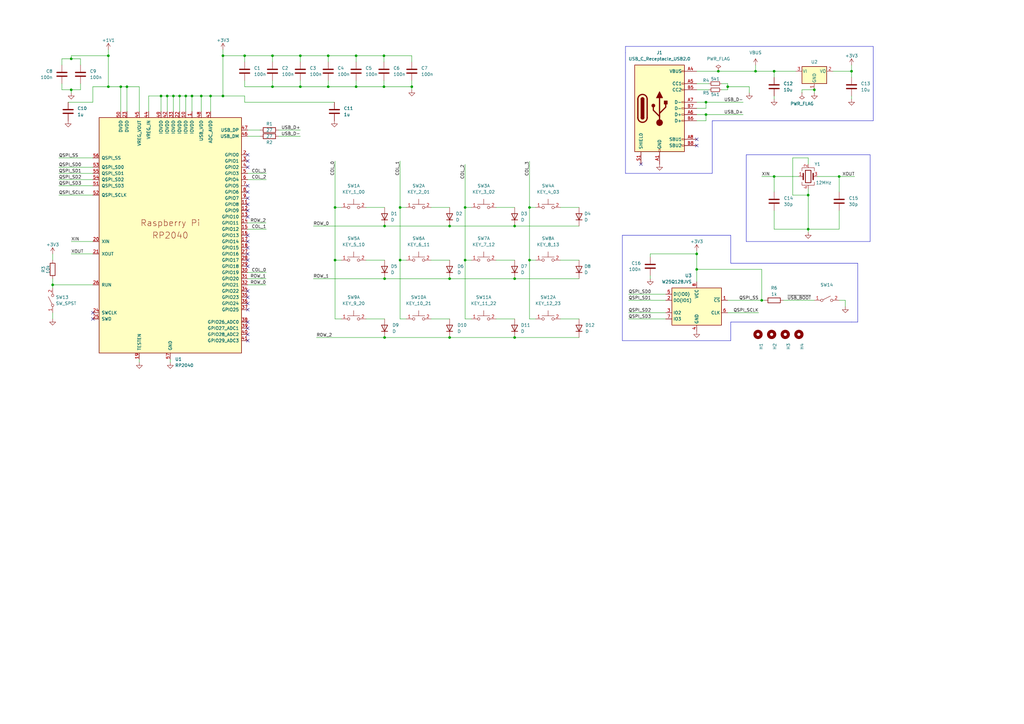
<source format=kicad_sch>
(kicad_sch (version 20230121) (generator eeschema)
  (paper "A3")
  (lib_symbols
    (symbol "+3V3_1" (power) (pin_names (offset 0))
      (property "Value" "+3V3_1" (at 0 3.556 0))
      (symbol "+3V3_1_0_1"
        (polyline (pts (xy -0.762 1.27) (xy 0 2.54)))
        (polyline (pts (xy 0 0) (xy 0 2.54)))
        (polyline (pts (xy 0 2.54) (xy 0.762 1.27)))
      )
      (symbol "+3V3_1_1_1"
        (pin power_in line (at 0 0 90) (length 0) hide (name "+3V3") (number "1"))
      )
    )
    (symbol "Connector:USB_C_Receptacle_USB2.0" (pin_names (offset 1.016))
      (property "Reference" "J" (at -10.16 19.05 0))
      (property "Value" "USB_C_Receptacle_USB2.0" (at 19.05 19.05 0))
      (symbol "USB_C_Receptacle_USB2.0_0_0"
        (rectangle (start -0.254 -17.78) (end 0.254 -16.764))
        (rectangle (start 10.16 -14.986) (end 9.144 -15.494))
        (rectangle (start 10.16 -12.446) (end 9.144 -12.954))
        (rectangle (start 10.16 -4.826) (end 9.144 -5.334))
        (rectangle (start 10.16 -2.286) (end 9.144 -2.794))
        (rectangle (start 10.16 0.254) (end 9.144 -0.254))
        (rectangle (start 10.16 2.794) (end 9.144 2.286))
        (rectangle (start 10.16 7.874) (end 9.144 7.366))
        (rectangle (start 10.16 10.414) (end 9.144 9.906))
        (rectangle (start 10.16 15.494) (end 9.144 14.986))
      )
      (symbol "USB_C_Receptacle_USB2.0_0_1"
        (rectangle (start -10.16 17.78) (end 10.16 -17.78) (stroke (width 0.254)) (fill (type background)))
        (arc (start -8.89 -3.81) (mid -6.985 -5.7067) (end -5.08 -3.81) (stroke (width 0.508)))
        (arc (start -7.62 -3.81) (mid -6.985 -4.4423) (end -6.35 -3.81) (stroke (width 0.254)))
        (arc (start -7.62 -3.81) (mid -6.985 -4.4423) (end -6.35 -3.81) (stroke (width 0.254)) (fill (type outline)))
        (rectangle (start -7.62 -3.81) (end -6.35 3.81) (stroke (width 0.254)) (fill (type outline)))
        (arc (start -6.35 3.81) (mid -6.985 4.4423) (end -7.62 3.81) (stroke (width 0.254)))
        (arc (start -6.35 3.81) (mid -6.985 4.4423) (end -7.62 3.81) (stroke (width 0.254)) (fill (type outline)))
        (arc (start -5.08 3.81) (mid -6.985 5.7067) (end -8.89 3.81) (stroke (width 0.508)))
        (circle (center -2.54 1.143) (radius 0.635) (stroke (width 0.254)) (fill (type outline)))
        (circle (center 0 -5.842) (radius 1.27) (fill (type outline)))
        (polyline (pts (xy -8.89 -3.81) (xy -8.89 3.81)) (stroke (width 0.508)))
        (polyline (pts (xy -5.08 3.81) (xy -5.08 -3.81)) (stroke (width 0.508)))
        (polyline (pts (xy 0 -5.842) (xy 0 4.318)) (stroke (width 0.508)))
        (polyline (pts (xy 0 -3.302) (xy -2.54 -0.762) (xy -2.54 0.508)) (stroke (width 0.508)))
        (polyline (pts (xy 0 -2.032) (xy 2.54 0.508) (xy 2.54 1.778)) (stroke (width 0.508)))
        (polyline (pts (xy -1.27 4.318) (xy 0 6.858) (xy 1.27 4.318) (xy -1.27 4.318)) (stroke (width 0.254)) (fill (type outline)))
        (rectangle (start 1.905 1.778) (end 3.175 3.048) (stroke (width 0.254)) (fill (type outline)))
      )
      (symbol "USB_C_Receptacle_USB2.0_1_1"
        (pin passive line (at 0 -22.86 90) (length 5.08) (name "GND") (number "A1"))
        (pin passive line (at 0 -22.86 90) (length 5.08) hide (name "GND") (number "A12"))
        (pin passive line (at 15.24 15.24 180) (length 5.08) (name "VBUS") (number "A4"))
        (pin bidirectional line (at 15.24 10.16 180) (length 5.08) (name "CC1") (number "A5"))
        (pin bidirectional line (at 15.24 -2.54 180) (length 5.08) (name "D+") (number "A6"))
        (pin bidirectional line (at 15.24 2.54 180) (length 5.08) (name "D-") (number "A7"))
        (pin bidirectional line (at 15.24 -12.7 180) (length 5.08) (name "SBU1") (number "A8"))
        (pin passive line (at 15.24 15.24 180) (length 5.08) hide (name "VBUS") (number "A9"))
        (pin passive line (at 0 -22.86 90) (length 5.08) hide (name "GND") (number "B1"))
        (pin passive line (at 0 -22.86 90) (length 5.08) hide (name "GND") (number "B12"))
        (pin passive line (at 15.24 15.24 180) (length 5.08) hide (name "VBUS") (number "B4"))
        (pin bidirectional line (at 15.24 7.62 180) (length 5.08) (name "CC2") (number "B5"))
        (pin bidirectional line (at 15.24 -5.08 180) (length 5.08) (name "D+") (number "B6"))
        (pin bidirectional line (at 15.24 0 180) (length 5.08) (name "D-") (number "B7"))
        (pin bidirectional line (at 15.24 -15.24 180) (length 5.08) (name "SBU2") (number "B8"))
        (pin passive line (at 15.24 15.24 180) (length 5.08) hide (name "VBUS") (number "B9"))
        (pin passive line (at -7.62 -22.86 90) (length 5.08) (name "SHIELD") (number "S1"))
      )
    )
    (symbol "Device:C" (pin_numbers hide) (pin_names (offset 0.254))
      (property "Reference" "C" (at 0.635 2.54 0))
      (property "Value" "C" (at 0.635 -2.54 0))
      (symbol "C_0_1"
        (polyline (pts (xy -2.032 -0.762) (xy 2.032 -0.762)) (stroke (width 0.508)))
        (polyline (pts (xy -2.032 0.762) (xy 2.032 0.762)) (stroke (width 0.508)))
      )
      (symbol "C_1_1"
        (pin passive line (at 0 3.81 270) (length 2.794) (name "~") (number "1"))
        (pin passive line (at 0 -3.81 90) (length 2.794) (name "~") (number "2"))
      )
    )
    (symbol "Device:Crystal_GND24" (pin_names (offset 1.016) hide)
      (property "Reference" "Y" (at 3.175 5.08 0))
      (property "Value" "Crystal_GND24" (at 3.175 3.175 0))
      (symbol "Crystal_GND24_0_1"
        (rectangle (start -1.143 2.54) (end 1.143 -2.54) (stroke (width 0.3048)))
        (polyline (pts (xy -2.54 0) (xy -2.032 0)))
        (polyline (pts (xy -2.032 -1.27) (xy -2.032 1.27)) (stroke (width 0.508)))
        (polyline (pts (xy 0 -3.81) (xy 0 -3.556)))
        (polyline (pts (xy 0 3.556) (xy 0 3.81)))
        (polyline (pts (xy 2.032 -1.27) (xy 2.032 1.27)) (stroke (width 0.508)))
        (polyline (pts (xy 2.032 0) (xy 2.54 0)))
        (polyline (pts (xy -2.54 -2.286) (xy -2.54 -3.556) (xy 2.54 -3.556) (xy 2.54 -2.286)))
        (polyline (pts (xy -2.54 2.286) (xy -2.54 3.556) (xy 2.54 3.556) (xy 2.54 2.286)))
      )
      (symbol "Crystal_GND24_1_1"
        (pin passive line (at -3.81 0 0) (length 1.27) (name "1") (number "1"))
        (pin passive line (at 0 5.08 270) (length 1.27) (name "2") (number "2"))
        (pin passive line (at 3.81 0 180) (length 1.27) (name "3") (number "3"))
        (pin passive line (at 0 -5.08 90) (length 1.27) (name "4") (number "4"))
      )
    )
    (symbol "Device:D" (pin_numbers hide) (pin_names (offset 1.016) hide)
      (property "Reference" "D" (at 0 2.54 0))
      (property "Value" "D" (at 0 -2.54 0))
      (symbol "D_0_1"
        (polyline (pts (xy -1.27 1.27) (xy -1.27 -1.27)) (stroke (width 0.254)))
        (polyline (pts (xy 1.27 0) (xy -1.27 0)))
        (polyline (pts (xy 1.27 1.27) (xy 1.27 -1.27) (xy -1.27 0) (xy 1.27 1.27)) (stroke (width 0.254)))
      )
      (symbol "D_1_1"
        (pin passive line (at -3.81 0 0) (length 2.54) (name "K") (number "1"))
        (pin passive line (at 3.81 0 180) (length 2.54) (name "A") (number "2"))
      )
    )
    (symbol "Device:R" (pin_numbers hide) (pin_names (offset 0))
      (property "Reference" "R" (at 2.032 0 90))
      (property "Value" "R" (at 0 0 90))
      (symbol "R_0_1"
        (rectangle (start -1.016 -2.54) (end 1.016 2.54) (stroke (width 0.254)))
      )
      (symbol "R_1_1"
        (pin passive line (at 0 3.81 270) (length 1.27) (name "~") (number "1"))
        (pin passive line (at 0 -3.81 90) (length 1.27) (name "~") (number "2"))
      )
    )
    (symbol "Device:R_Small" (pin_numbers hide) (pin_names (offset 0.254) hide)
      (property "Reference" "R" (at 0.762 0.508 0))
      (property "Value" "R_Small" (at 0.762 -1.016 0))
      (symbol "R_Small_0_1"
        (rectangle (start -0.762 1.778) (end 0.762 -1.778) (stroke (width 0.2032)))
      )
      (symbol "R_Small_1_1"
        (pin passive line (at 0 2.54 270) (length 0.762) (name "~") (number "1"))
        (pin passive line (at 0 -2.54 90) (length 0.762) (name "~") (number "2"))
      )
    )
    (symbol "GND_2" (power) (pin_names (offset 0))
      (property "Value" "GND_2" (at 0 -3.81 0))
      (symbol "GND_2_0_1"
        (polyline (pts (xy 0 0) (xy 0 -1.27) (xy 1.27 -1.27) (xy 0 -2.54) (xy -1.27 -1.27) (xy 0 -1.27)))
      )
      (symbol "GND_2_1_1"
        (pin power_in line (at 0 0 270) (length 0) hide (name "GND") (number "1"))
      )
    )
    (symbol "Mechanical:MountingHole" (pin_names (offset 1.016))
      (property "Reference" "H" (at 0 5.08 0))
      (property "Value" "MountingHole" (at 0 3.175 0))
      (symbol "MountingHole_0_1"
        (circle (center 0 0) (radius 1.27) (stroke (width 1.27)))
      )
    )
    (symbol "Memory_Flash:W25Q128JVS"
      (property "Reference" "U" (at -8.89 8.89 0))
      (property "Value" "W25Q128JVS" (at 7.62 8.89 0))
      (symbol "W25Q128JVS_0_1"
        (rectangle (start -10.16 7.62) (end 10.16 -7.62) (stroke (width 0.254)) (fill (type background)))
      )
      (symbol "W25Q128JVS_1_1"
        (pin input line (at -12.7 2.54 0) (length 2.54) (name "~{CS}") (number "1"))
        (pin bidirectional line (at 12.7 2.54 180) (length 2.54) (name "DO(IO1)") (number "2"))
        (pin bidirectional line (at 12.7 -2.54 180) (length 2.54) (name "IO2") (number "3"))
        (pin power_in line (at 0 -10.16 90) (length 2.54) (name "GND") (number "4"))
        (pin bidirectional line (at 12.7 5.08 180) (length 2.54) (name "DI(IO0)") (number "5"))
        (pin input line (at -12.7 -2.54 0) (length 2.54) (name "CLK") (number "6"))
        (pin bidirectional line (at 12.7 -5.08 180) (length 2.54) (name "IO3") (number "7"))
        (pin power_in line (at 0 10.16 270) (length 2.54) (name "VCC") (number "8"))
      )
    )
    (symbol "RP2040_1" (pin_names (offset 1.016))
      (property "Reference" "U" (at -29.21 49.53 0))
      (property "Value" "RP2040" (at 24.13 -49.53 0))
      (symbol "RP2040_1_0_0"
        (text "Raspberry Pi" (at 0 5.08 0) (effects (font (size 2.54 2.54))))
        (text "RP2040" (at 0 0 0) (effects (font (size 2.54 2.54))))
      )
      (symbol "RP2040_1_0_1"
        (rectangle (start 29.21 48.26) (end -29.21 -48.26) (stroke (width 0.254)) (fill (type background)))
      )
      (symbol "RP2040_1_1_1"
        (pin power_in line (at 8.89 50.8 270) (length 2.54) (name "IOVDD") (number "1"))
        (pin power_in line (at 6.35 50.8 270) (length 2.54) (name "IOVDD") (number "10"))
        (pin bidirectional line (at 31.75 12.7 180) (length 2.54) (name "GPIO8") (number "11"))
        (pin bidirectional line (at 31.75 10.16 180) (length 2.54) (name "GPIO9") (number "12"))
        (pin bidirectional line (at 31.75 7.62 180) (length 2.54) (name "GPIO10") (number "13"))
        (pin bidirectional line (at 31.75 5.08 180) (length 2.54) (name "GPIO11") (number "14"))
        (pin bidirectional line (at 31.75 2.54 180) (length 2.54) (name "GPIO12") (number "15"))
        (pin bidirectional line (at 31.75 0 180) (length 2.54) (name "GPIO13") (number "16"))
        (pin bidirectional line (at 31.75 -2.54 180) (length 2.54) (name "GPIO14") (number "17"))
        (pin bidirectional line (at 31.75 -5.08 180) (length 2.54) (name "GPIO15") (number "18"))
        (pin passive line (at -12.7 -50.8 90) (length 2.54) (name "TESTEN") (number "19"))
        (pin bidirectional line (at 31.75 33.02 180) (length 2.54) (name "GPIO0") (number "2"))
        (pin input line (at -31.75 -2.54 0) (length 2.54) (name "XIN") (number "20"))
        (pin passive line (at -31.75 -7.62 0) (length 2.54) (name "XOUT") (number "21"))
        (pin power_in line (at 3.81 50.8 270) (length 2.54) (name "IOVDD") (number "22"))
        (pin power_in line (at -17.78 50.8 270) (length 2.54) (name "DVDD") (number "23"))
        (pin output line (at -31.75 -31.75 0) (length 2.54) (name "SWCLK") (number "24"))
        (pin bidirectional line (at -31.75 -34.29 0) (length 2.54) (name "SWD") (number "25"))
        (pin input line (at -31.75 -20.32 0) (length 2.54) (name "RUN") (number "26"))
        (pin bidirectional line (at 31.75 -7.62 180) (length 2.54) (name "GPIO16") (number "27"))
        (pin bidirectional line (at 31.75 -10.16 180) (length 2.54) (name "GPIO17") (number "28"))
        (pin bidirectional line (at 31.75 -12.7 180) (length 2.54) (name "GPIO18") (number "29"))
        (pin bidirectional line (at 31.75 30.48 180) (length 2.54) (name "GPIO1") (number "3"))
        (pin bidirectional line (at 31.75 -15.24 180) (length 2.54) (name "GPIO19") (number "30"))
        (pin bidirectional line (at 31.75 -17.78 180) (length 2.54) (name "GPIO20") (number "31"))
        (pin bidirectional line (at 31.75 -20.32 180) (length 2.54) (name "GPIO21") (number "32"))
        (pin power_in line (at 1.27 50.8 270) (length 2.54) (name "IOVDD") (number "33"))
        (pin bidirectional line (at 31.75 -22.86 180) (length 2.54) (name "GPIO22") (number "34"))
        (pin bidirectional line (at 31.75 -25.4 180) (length 2.54) (name "GPIO23") (number "35"))
        (pin bidirectional line (at 31.75 -27.94 180) (length 2.54) (name "GPIO24") (number "36"))
        (pin bidirectional line (at 31.75 -30.48 180) (length 2.54) (name "GPIO25") (number "37"))
        (pin bidirectional line (at 31.75 -35.56 180) (length 2.54) (name "GPIO26_ADC0") (number "38"))
        (pin bidirectional line (at 31.75 -38.1 180) (length 2.54) (name "GPIO27_ADC1") (number "39"))
        (pin bidirectional line (at 31.75 27.94 180) (length 2.54) (name "GPIO2") (number "4"))
        (pin bidirectional line (at 31.75 -40.64 180) (length 2.54) (name "GPIO28_ADC2") (number "40"))
        (pin bidirectional line (at 31.75 -43.18 180) (length 2.54) (name "GPIO29_ADC3") (number "41"))
        (pin power_in line (at -1.27 50.8 270) (length 2.54) (name "IOVDD") (number "42"))
        (pin power_in line (at 16.51 50.8 270) (length 2.54) (name "ADC_AVDD") (number "43"))
        (pin power_in line (at -8.89 50.8 270) (length 2.54) (name "VREG_IN") (number "44"))
        (pin power_out line (at -12.7 50.8 270) (length 2.54) (name "VREG_VOUT") (number "45"))
        (pin bidirectional line (at 31.75 40.64 180) (length 2.54) (name "USB_DM") (number "46"))
        (pin bidirectional line (at 31.75 43.18 180) (length 2.54) (name "USB_DP") (number "47"))
        (pin power_in line (at 12.7 50.8 270) (length 2.54) (name "USB_VDD") (number "48"))
        (pin power_in line (at -3.81 50.8 270) (length 2.54) (name "IOVDD") (number "49"))
        (pin bidirectional line (at 31.75 25.4 180) (length 2.54) (name "GPIO3") (number "5"))
        (pin power_in line (at -20.32 50.8 270) (length 2.54) (name "DVDD") (number "50"))
        (pin bidirectional line (at -31.75 20.32 0) (length 2.54) (name "QSPI_SD3") (number "51"))
        (pin output line (at -31.75 16.51 0) (length 2.54) (name "QSPI_SCLK") (number "52"))
        (pin bidirectional line (at -31.75 27.94 0) (length 2.54) (name "QSPI_SD0") (number "53"))
        (pin bidirectional line (at -31.75 22.86 0) (length 2.54) (name "QSPI_SD2") (number "54"))
        (pin bidirectional line (at -31.75 25.4 0) (length 2.54) (name "QSPI_SD1") (number "55"))
        (pin bidirectional line (at -31.75 31.75 0) (length 2.54) (name "QSPI_SS") (number "56"))
        (pin power_in line (at 0 -50.8 90) (length 2.54) (name "GND") (number "57"))
        (pin bidirectional line (at 31.75 22.86 180) (length 2.54) (name "GPIO4") (number "6"))
        (pin bidirectional line (at 31.75 20.32 180) (length 2.54) (name "GPIO5") (number "7"))
        (pin bidirectional line (at 31.75 17.78 180) (length 2.54) (name "GPIO6") (number "8"))
        (pin bidirectional line (at 31.75 15.24 180) (length 2.54) (name "GPIO7") (number "9"))
      )
    )
    (symbol "Regulator_Linear:NCP1117-3.3_SOT223" (pin_names (offset 0.254))
      (property "Reference" "U" (at -3.81 3.175 0))
      (property "Value" "NCP1117-3.3_SOT223" (at 0 3.175 0))
      (symbol "NCP1117-3.3_SOT223_0_1"
        (rectangle (start -5.08 -5.08) (end 5.08 1.905) (stroke (width 0.254)) (fill (type background)))
      )
      (symbol "NCP1117-3.3_SOT223_1_1"
        (pin power_in line (at 0 -7.62 90) (length 2.54) (name "GND") (number "1"))
        (pin power_out line (at 7.62 0 180) (length 2.54) (name "VO") (number "2"))
        (pin power_in line (at -7.62 0 0) (length 2.54) (name "VI") (number "3"))
      )
    )
    (symbol "Switch:SW_SPST" (pin_names (offset 0) hide)
      (property "Reference" "SW" (at 0 3.175 0))
      (property "Value" "SW_SPST" (at 0 -2.54 0))
      (symbol "SW_SPST_0_0"
        (circle (center -2.032 0) (radius 0.508))
        (polyline (pts (xy -1.524 0.254) (xy 1.524 1.778)))
        (circle (center 2.032 0) (radius 0.508))
      )
      (symbol "SW_SPST_1_1"
        (pin passive line (at -5.08 0 0) (length 2.54) (name "A") (number "1"))
        (pin passive line (at 5.08 0 180) (length 2.54) (name "B") (number "2"))
      )
    )
    (symbol "keebio:MX_LED" (pin_names (offset 1.016) hide)
      (property "Reference" "SW" (at 1.651 2.413 0))
      (property "Value" "MX_LED" (at 0 -3.81 0))
      (symbol "MX_LED_1_1"
        (circle (center -2.032 0) (radius 0.508))
        (polyline (pts (xy -2.54 1.27) (xy 2.54 1.27)))
        (polyline (pts (xy 0 1.27) (xy 0 3.429)))
        (circle (center 2.032 0) (radius 0.508))
        (pin passive line (at -5.08 0 0) (length 2.54) (name "1") (number "1"))
        (pin passive line (at 5.08 0 180) (length 2.54) (name "2") (number "2"))
      )
      (symbol "MX_LED_2_1"
        (polyline (pts (xy 1.27 -1.27) (xy 1.27 1.27)) (stroke (width 0.2032)))
        (polyline (pts (xy 1.27 0) (xy -1.27 0)))
        (polyline (pts (xy -1.27 -1.27) (xy -1.27 1.27) (xy 1.27 0) (xy -1.27 -1.27)) (stroke (width 0.2032)))
        (polyline (pts (xy 1.778 -0.762) (xy 3.302 -2.286) (xy 2.54 -2.286) (xy 3.302 -2.286) (xy 3.302 -1.524)))
        (polyline (pts (xy 3.048 -0.762) (xy 4.572 -2.286) (xy 3.81 -2.286) (xy 4.572 -2.286) (xy 4.572 -1.524)))
        (pin passive line (at -3.81 0 0) (length 2.54) (name "3") (number "3"))
        (pin passive line (at 3.81 0 180) (length 2.54) (name "4") (number "4"))
      )
    )
    (symbol "power:+1V1" (power) (pin_names (offset 0))
      (property "Value" "+1V1" (at 0 3.556 0))
      (symbol "+1V1_0_1"
        (polyline (pts (xy -0.762 1.27) (xy 0 2.54)))
        (polyline (pts (xy 0 0) (xy 0 2.54)))
        (polyline (pts (xy 0 2.54) (xy 0.762 1.27)))
      )
      (symbol "+1V1_1_1"
        (pin power_in line (at 0 0 90) (length 0) hide (name "+1V1") (number "1"))
      )
    )
    (symbol "power:+3V3" (power) (pin_names (offset 0))
      (property "Value" "+3V3" (at 0 3.556 0))
      (symbol "+3V3_0_1"
        (polyline (pts (xy -0.762 1.27) (xy 0 2.54)))
        (polyline (pts (xy 0 0) (xy 0 2.54)))
        (polyline (pts (xy 0 2.54) (xy 0.762 1.27)))
      )
      (symbol "+3V3_1_1"
        (pin power_in line (at 0 0 90) (length 0) hide (name "+3V3") (number "1"))
      )
    )
    (symbol "power:GND" (power) (pin_names (offset 0))
      (property "Value" "GND" (at 0 -3.81 0))
      (symbol "GND_0_1"
        (polyline (pts (xy 0 0) (xy 0 -1.27) (xy 1.27 -1.27) (xy 0 -2.54) (xy -1.27 -1.27) (xy 0 -1.27)))
      )
      (symbol "GND_1_1"
        (pin power_in line (at 0 0 270) (length 0) hide (name "GND") (number "1"))
      )
    )
    (symbol "power:PWR_FLAG" (power) (pin_numbers hide) (pin_names (offset 0) hide)
      (property "Value" "PWR_FLAG" (at 0 3.81 0))
      (symbol "PWR_FLAG_0_0"
        (pin power_out line (at 0 0 90) (length 0) (name "pwr") (number "1"))
      )
      (symbol "PWR_FLAG_0_1"
        (polyline (pts (xy 0 0) (xy 0 1.27) (xy -1.016 1.905) (xy 0 2.54) (xy 1.016 1.905) (xy 0 1.27)))
      )
    )
    (symbol "power:VBUS" (power) (pin_names (offset 0))
      (property "Value" "VBUS" (at 0 3.81 0))
      (symbol "VBUS_0_1"
        (polyline (pts (xy -0.762 1.27) (xy 0 2.54)))
        (polyline (pts (xy 0 0) (xy 0 2.54)))
        (polyline (pts (xy 0 2.54) (xy 0.762 1.27)))
      )
      (symbol "VBUS_1_1"
        (pin power_in line (at 0 0 90) (length 0) hide (name "VBUS") (number "1"))
      )
    )
  )
  (junction (at 184.404 92.71))
  (junction (at 344.17 72.39))
  (junction (at 331.47 93.98))
  (junction (at 211.074 138.43))
  (junction (at 309.88 29.21))
  (junction (at 211.074 114.3))
  (junction (at 78.74 39.37))
  (junction (at 29.21 36.83))
  (junction (at 91.44 39.37))
  (junction (at 184.404 138.43))
  (junction (at 168.91 35.56))
  (junction (at 184.404 114.3))
  (junction (at 157.734 92.71))
  (junction (at 312.42 123.19))
  (junction (at 164.084 106.68))
  (junction (at 68.58 39.37))
  (junction (at 317.5 29.21))
  (junction (at 334.01 36.83))
  (junction (at 331.47 80.01))
  (junction (at 52.07 35.56))
  (junction (at 134.62 35.56))
  (junction (at 71.12 39.37))
  (junction (at 21.59 116.84))
  (junction (at 190.754 85.09))
  (junction (at 146.05 22.86))
  (junction (at 211.074 92.71))
  (junction (at 91.44 22.86))
  (junction (at 217.17 85.09))
  (junction (at 217.17 106.68))
  (junction (at 86.36 39.37))
  (junction (at 134.62 22.86))
  (junction (at 137.414 106.68))
  (junction (at 317.5 72.39))
  (junction (at 157.48 35.56))
  (junction (at 123.19 35.56))
  (junction (at 285.75 104.14))
  (junction (at 123.19 22.86))
  (junction (at 164.084 85.09))
  (junction (at 49.53 35.56))
  (junction (at 44.45 35.56))
  (junction (at 294.64 29.21))
  (junction (at 137.414 85.09))
  (junction (at 298.45 35.56))
  (junction (at 157.734 138.43))
  (junction (at 289.56 41.91))
  (junction (at 111.76 35.56))
  (junction (at 82.55 39.37))
  (junction (at 190.754 106.68))
  (junction (at 66.04 39.37))
  (junction (at 157.48 22.86))
  (junction (at 157.734 114.3))
  (junction (at 349.25 29.21))
  (junction (at 29.21 24.13))
  (junction (at 100.33 22.86))
  (junction (at 289.56 46.99))
  (junction (at 73.66 39.37))
  (junction (at 76.2 39.37))
  (junction (at 285.75 110.49))
  (junction (at 44.45 22.86))
  (junction (at 146.05 35.56))
  (junction (at 111.76 22.86))
  (no_connect (at 101.6 109.22))
  (no_connect (at 101.6 139.7))
  (no_connect (at 101.6 104.14))
  (no_connect (at 262.89 67.31))
  (no_connect (at 101.6 83.82))
  (no_connect (at 285.75 59.69))
  (no_connect (at 101.6 96.52))
  (no_connect (at 101.6 99.06))
  (no_connect (at 101.6 106.68))
  (no_connect (at 101.6 81.28))
  (no_connect (at 101.6 134.62))
  (no_connect (at 38.1 130.81))
  (no_connect (at 101.6 88.9))
  (no_connect (at 101.6 137.16))
  (no_connect (at 101.6 66.04))
  (no_connect (at 101.6 124.46))
  (no_connect (at 101.6 68.58))
  (no_connect (at 101.6 121.92))
  (no_connect (at 38.1 128.27))
  (no_connect (at 101.6 119.38))
  (no_connect (at 101.6 78.74))
  (no_connect (at 285.75 57.15))
  (no_connect (at 101.6 127))
  (no_connect (at 101.6 132.08))
  (no_connect (at 101.6 86.36))
  (no_connect (at 101.6 101.6))
  (no_connect (at 101.6 63.5))
  (no_connect (at 101.6 76.2))
  (wire (pts (xy 168.91 33.02) (xy 168.91 35.56)))
  (wire (pts (xy 91.44 39.37) (xy 100.33 39.37)))
  (wire (pts (xy 312.42 123.19) (xy 298.45 123.19)))
  (wire (pts (xy 229.87 130.81) (xy 237.49 130.81)))
  (wire (pts (xy 325.12 64.77) (xy 325.12 80.01)))
  (wire (pts (xy 134.62 35.56) (xy 146.05 35.56)))
  (wire (pts (xy 313.69 123.19) (xy 312.42 123.19)))
  (polyline (pts (xy 306.07 63.5) (xy 306.07 99.06)))
  (wire (pts (xy 134.62 22.86) (xy 146.05 22.86)))
  (wire (pts (xy 289.56 46.99) (xy 304.8 46.99)))
  (wire (pts (xy 331.47 93.98) (xy 344.17 93.98)))
  (wire (pts (xy 91.44 22.86) (xy 91.44 39.37)))
  (wire (pts (xy 91.44 39.37) (xy 86.36 39.37)))
  (wire (pts (xy 60.96 45.72) (xy 60.96 39.37)))
  (wire (pts (xy 312.42 72.39) (xy 317.5 72.39)))
  (wire (pts (xy 71.12 39.37) (xy 73.66 39.37)))
  (wire (pts (xy 285.75 49.53) (xy 289.56 49.53)))
  (wire (pts (xy 298.45 35.56) (xy 298.45 36.83)))
  (wire (pts (xy 344.17 72.39) (xy 350.52 72.39)))
  (wire (pts (xy 295.91 34.29) (xy 298.45 34.29)))
  (polyline (pts (xy 356.87 99.06) (xy 356.87 63.5)))
  (wire (pts (xy 33.02 34.29) (xy 33.02 36.83)))
  (wire (pts (xy 317.5 72.39) (xy 317.5 78.74)))
  (wire (pts (xy 57.15 35.56) (xy 57.15 45.72)))
  (polyline (pts (xy 256.54 21.59) (xy 256.54 71.12)))
  (wire (pts (xy 312.42 123.19) (xy 312.42 110.49)))
  (wire (pts (xy 100.33 35.56) (xy 111.76 35.56)))
  (wire (pts (xy 100.33 39.37) (xy 100.33 41.91)))
  (wire (pts (xy 66.04 45.72) (xy 66.04 39.37)))
  (wire (pts (xy 229.87 85.09) (xy 237.49 85.09)))
  (wire (pts (xy 311.15 128.27) (xy 298.45 128.27)))
  (wire (pts (xy 298.45 34.29) (xy 298.45 35.56)))
  (wire (pts (xy 285.75 104.14) (xy 285.75 110.49)))
  (wire (pts (xy 91.44 22.86) (xy 100.33 22.86)))
  (wire (pts (xy 349.25 26.67) (xy 349.25 29.21)))
  (wire (pts (xy 331.47 80.01) (xy 331.47 77.47)))
  (wire (pts (xy 38.1 35.56) (xy 38.1 41.91)))
  (wire (pts (xy 331.47 80.01) (xy 331.47 93.98)))
  (wire (pts (xy 137.414 66.04) (xy 137.414 85.09)))
  (wire (pts (xy 325.12 80.01) (xy 331.47 80.01)))
  (wire (pts (xy 146.05 22.86) (xy 146.05 25.4)))
  (wire (pts (xy 101.6 53.34) (xy 106.68 53.34)))
  (wire (pts (xy 157.48 22.86) (xy 157.48 25.4)))
  (wire (pts (xy 312.42 110.49) (xy 285.75 110.49)))
  (wire (pts (xy 76.2 39.37) (xy 78.74 39.37)))
  (wire (pts (xy 24.13 80.01) (xy 38.1 80.01)))
  (wire (pts (xy 344.17 86.36) (xy 344.17 93.98)))
  (polyline (pts (xy 358.14 49.53) (xy 358.14 19.05)))
  (wire (pts (xy 137.414 106.68) (xy 137.414 130.81)))
  (wire (pts (xy 86.36 39.37) (xy 82.55 39.37)))
  (wire (pts (xy 111.76 22.86) (xy 111.76 25.4)))
  (wire (pts (xy 344.17 72.39) (xy 344.17 78.74)))
  (wire (pts (xy 57.15 147.32) (xy 57.15 148.59)))
  (polyline (pts (xy 299.72 132.08) (xy 299.72 139.7)))
  (wire (pts (xy 157.734 114.3) (xy 184.404 114.3)))
  (wire (pts (xy 146.05 33.02) (xy 146.05 35.56)))
  (wire (pts (xy 27.94 41.91) (xy 38.1 41.91)))
  (wire (pts (xy 164.084 106.68) (xy 164.084 130.81)))
  (wire (pts (xy 24.13 73.66) (xy 38.1 73.66)))
  (wire (pts (xy 123.19 22.86) (xy 123.19 25.4)))
  (wire (pts (xy 289.56 41.91) (xy 304.8 41.91)))
  (wire (pts (xy 123.19 35.56) (xy 134.62 35.56)))
  (wire (pts (xy 91.44 20.32) (xy 91.44 22.86)))
  (wire (pts (xy 128.524 92.71) (xy 157.734 92.71)))
  (polyline (pts (xy 299.72 107.95) (xy 350.52 107.95)))
  (wire (pts (xy 203.454 106.68) (xy 211.074 106.68)))
  (polyline (pts (xy 306.07 99.06) (xy 356.87 99.06)))
  (wire (pts (xy 211.074 114.3) (xy 237.49 114.3)))
  (wire (pts (xy 168.91 22.86) (xy 168.91 25.4)))
  (wire (pts (xy 134.62 33.02) (xy 134.62 35.56)))
  (wire (pts (xy 44.45 35.56) (xy 49.53 35.56)))
  (wire (pts (xy 285.75 34.29) (xy 290.83 34.29)))
  (wire (pts (xy 44.45 20.32) (xy 44.45 22.86)))
  (polyline (pts (xy 351.79 107.95) (xy 351.79 132.08)))
  (wire (pts (xy 29.21 36.83) (xy 29.21 38.1)))
  (wire (pts (xy 164.084 106.68) (xy 166.624 106.68)))
  (polyline (pts (xy 349.25 132.08) (xy 299.72 132.08)))
  (wire (pts (xy 184.404 92.71) (xy 211.074 92.71)))
  (wire (pts (xy 190.754 130.81) (xy 193.294 130.81)))
  (wire (pts (xy 78.74 45.72) (xy 78.74 39.37)))
  (wire (pts (xy 298.45 36.83) (xy 295.91 36.83)))
  (wire (pts (xy 150.114 106.68) (xy 157.734 106.68)))
  (wire (pts (xy 157.48 33.02) (xy 157.48 35.56)))
  (wire (pts (xy 203.454 130.81) (xy 211.074 130.81)))
  (wire (pts (xy 101.6 91.44) (xy 109.093 91.44)))
  (wire (pts (xy 327.66 72.39) (xy 317.5 72.39)))
  (wire (pts (xy 29.21 22.86) (xy 44.45 22.86)))
  (polyline (pts (xy 350.52 107.95) (xy 351.79 107.95)))
  (wire (pts (xy 266.7 113.03) (xy 266.7 114.3)))
  (wire (pts (xy 111.76 33.02) (xy 111.76 35.56)))
  (wire (pts (xy 289.56 49.53) (xy 289.56 46.99)))
  (wire (pts (xy 328.93 36.83) (xy 334.01 36.83)))
  (wire (pts (xy 285.75 41.91) (xy 289.56 41.91)))
  (wire (pts (xy 176.784 85.09) (xy 184.404 85.09)))
  (wire (pts (xy 349.25 39.37) (xy 349.25 40.64)))
  (polyline (pts (xy 299.72 96.52) (xy 299.72 107.95)))
  (wire (pts (xy 203.454 85.09) (xy 211.074 85.09)))
  (wire (pts (xy 101.6 116.84) (xy 109.093 116.84)))
  (wire (pts (xy 346.71 123.19) (xy 346.71 125.73)))
  (wire (pts (xy 331.47 67.31) (xy 331.47 64.77)))
  (wire (pts (xy 137.414 130.81) (xy 139.954 130.81)))
  (wire (pts (xy 101.6 111.76) (xy 109.22 111.76)))
  (wire (pts (xy 317.5 86.36) (xy 317.5 93.98)))
  (wire (pts (xy 317.5 31.75) (xy 317.5 29.21)))
  (wire (pts (xy 309.88 29.21) (xy 317.5 29.21)))
  (polyline (pts (xy 358.14 19.05) (xy 256.54 19.05)))
  (wire (pts (xy 21.59 114.3) (xy 21.59 116.84)))
  (wire (pts (xy 146.05 22.86) (xy 157.48 22.86)))
  (polyline (pts (xy 292.1 71.12) (xy 292.1 49.53)))
  (polyline (pts (xy 255.27 139.7) (xy 255.27 96.52)))
  (wire (pts (xy 176.784 106.68) (xy 184.404 106.68)))
  (wire (pts (xy 184.404 138.43) (xy 211.074 138.43)))
  (polyline (pts (xy 306.07 63.5) (xy 356.87 63.5)))
  (wire (pts (xy 29.21 24.13) (xy 29.21 22.86)))
  (wire (pts (xy 217.17 85.09) (xy 217.17 106.68)))
  (wire (pts (xy 331.47 93.98) (xy 331.47 95.25)))
  (wire (pts (xy 217.17 85.09) (xy 219.71 85.09)))
  (wire (pts (xy 341.63 29.21) (xy 349.25 29.21)))
  (wire (pts (xy 78.74 39.37) (xy 82.55 39.37)))
  (wire (pts (xy 334.01 123.19) (xy 321.31 123.19)))
  (polyline (pts (xy 299.72 96.52) (xy 255.27 96.52)))
  (wire (pts (xy 114.3 53.34) (xy 123.19 53.34)))
  (wire (pts (xy 190.754 85.09) (xy 190.754 106.68)))
  (wire (pts (xy 150.114 85.09) (xy 157.734 85.09)))
  (wire (pts (xy 68.58 45.72) (xy 68.58 39.37)))
  (wire (pts (xy 49.53 35.56) (xy 49.53 45.72)))
  (wire (pts (xy 285.75 104.14) (xy 266.7 104.14)))
  (wire (pts (xy 21.59 116.84) (xy 21.59 118.11)))
  (wire (pts (xy 190.754 67.437) (xy 190.754 85.09)))
  (wire (pts (xy 285.75 44.45) (xy 289.56 44.45)))
  (wire (pts (xy 60.96 39.37) (xy 66.04 39.37)))
  (wire (pts (xy 24.13 68.58) (xy 38.1 68.58)))
  (wire (pts (xy 129.794 138.43) (xy 157.734 138.43)))
  (wire (pts (xy 164.084 130.81) (xy 166.624 130.81)))
  (wire (pts (xy 73.66 45.72) (xy 73.66 39.37)))
  (wire (pts (xy 123.19 33.02) (xy 123.19 35.56)))
  (wire (pts (xy 331.47 64.77) (xy 325.12 64.77)))
  (wire (pts (xy 211.074 138.43) (xy 237.49 138.43)))
  (wire (pts (xy 273.05 120.65) (xy 257.81 120.65)))
  (wire (pts (xy 29.21 36.83) (xy 33.02 36.83)))
  (wire (pts (xy 217.17 66.167) (xy 217.17 85.09)))
  (wire (pts (xy 71.12 45.72) (xy 71.12 39.37)))
  (wire (pts (xy 76.2 45.72) (xy 76.2 39.37)))
  (wire (pts (xy 21.59 128.27) (xy 21.59 130.81)))
  (wire (pts (xy 164.084 66.04) (xy 164.084 85.09)))
  (wire (pts (xy 157.48 22.86) (xy 168.91 22.86)))
  (wire (pts (xy 289.56 44.45) (xy 289.56 41.91)))
  (wire (pts (xy 86.36 39.37) (xy 86.36 45.72)))
  (wire (pts (xy 285.75 46.99) (xy 289.56 46.99)))
  (wire (pts (xy 285.75 36.83) (xy 290.83 36.83)))
  (wire (pts (xy 273.05 123.19) (xy 257.81 123.19)))
  (wire (pts (xy 157.734 92.71) (xy 184.404 92.71)))
  (wire (pts (xy 52.07 35.56) (xy 52.07 45.72)))
  (wire (pts (xy 38.1 35.56) (xy 44.45 35.56)))
  (wire (pts (xy 33.02 24.13) (xy 33.02 26.67)))
  (wire (pts (xy 146.05 35.56) (xy 157.48 35.56)))
  (wire (pts (xy 184.404 114.3) (xy 211.074 114.3)))
  (wire (pts (xy 101.6 93.98) (xy 109.22 93.98)))
  (wire (pts (xy 101.6 71.12) (xy 109.22 71.12)))
  (wire (pts (xy 101.6 73.66) (xy 109.22 73.66)))
  (wire (pts (xy 66.04 39.37) (xy 68.58 39.37)))
  (wire (pts (xy 294.64 29.21) (xy 309.88 29.21)))
  (wire (pts (xy 25.4 24.13) (xy 29.21 24.13)))
  (polyline (pts (xy 292.1 49.53) (xy 358.14 49.53)))
  (wire (pts (xy 101.6 114.3) (xy 109.093 114.3)))
  (wire (pts (xy 128.524 114.3) (xy 157.734 114.3)))
  (wire (pts (xy 285.75 102.87) (xy 285.75 104.14)))
  (wire (pts (xy 168.91 35.56) (xy 168.91 36.83)))
  (wire (pts (xy 317.5 39.37) (xy 317.5 40.64)))
  (wire (pts (xy 101.6 55.88) (xy 106.68 55.88)))
  (wire (pts (xy 111.76 35.56) (xy 123.19 35.56)))
  (wire (pts (xy 29.21 99.06) (xy 38.1 99.06)))
  (wire (pts (xy 190.754 106.68) (xy 193.294 106.68)))
  (wire (pts (xy 100.33 33.02) (xy 100.33 35.56)))
  (wire (pts (xy 164.084 85.09) (xy 166.624 85.09)))
  (wire (pts (xy 307.34 35.56) (xy 307.34 38.1)))
  (wire (pts (xy 237.49 92.71) (xy 211.074 92.71)))
  (wire (pts (xy 285.75 110.49) (xy 285.75 115.57)))
  (wire (pts (xy 309.88 26.67) (xy 309.88 29.21)))
  (wire (pts (xy 335.28 72.39) (xy 344.17 72.39)))
  (wire (pts (xy 100.33 25.4) (xy 100.33 22.86)))
  (wire (pts (xy 164.084 85.09) (xy 164.084 106.68)))
  (wire (pts (xy 273.05 130.81) (xy 257.81 130.81)))
  (wire (pts (xy 24.13 71.12) (xy 38.1 71.12)))
  (wire (pts (xy 328.93 38.1) (xy 328.93 36.83)))
  (wire (pts (xy 273.05 128.27) (xy 257.81 128.27)))
  (wire (pts (xy 217.17 106.68) (xy 217.17 130.81)))
  (wire (pts (xy 349.25 29.21) (xy 349.25 31.75)))
  (wire (pts (xy 190.754 85.09) (xy 193.294 85.09)))
  (wire (pts (xy 25.4 34.29) (xy 25.4 36.83)))
  (wire (pts (xy 157.48 35.56) (xy 168.91 35.56)))
  (wire (pts (xy 134.62 22.86) (xy 134.62 25.4)))
  (wire (pts (xy 334.01 36.83) (xy 334.01 38.1)))
  (polyline (pts (xy 256.54 19.05) (xy 256.54 21.59)))
  (wire (pts (xy 24.13 76.2) (xy 38.1 76.2)))
  (wire (pts (xy 137.414 85.09) (xy 139.954 85.09)))
  (wire (pts (xy 137.414 106.68) (xy 139.954 106.68)))
  (wire (pts (xy 21.59 104.14) (xy 21.59 106.68)))
  (wire (pts (xy 82.55 39.37) (xy 82.55 45.72)))
  (wire (pts (xy 25.4 26.67) (xy 25.4 24.13)))
  (wire (pts (xy 68.58 39.37) (xy 71.12 39.37)))
  (wire (pts (xy 176.784 130.81) (xy 184.404 130.81)))
  (wire (pts (xy 317.5 29.21) (xy 326.39 29.21)))
  (wire (pts (xy 217.17 130.81) (xy 219.71 130.81)))
  (wire (pts (xy 298.45 35.56) (xy 307.34 35.56)))
  (wire (pts (xy 266.7 104.14) (xy 266.7 105.41)))
  (wire (pts (xy 69.85 147.32) (xy 69.85 148.59)))
  (wire (pts (xy 111.76 22.86) (xy 123.19 22.86)))
  (wire (pts (xy 25.4 36.83) (xy 29.21 36.83)))
  (wire (pts (xy 29.21 104.14) (xy 38.1 104.14)))
  (polyline (pts (xy 351.79 132.08) (xy 349.25 132.08)))
  (wire (pts (xy 24.13 64.77) (xy 38.1 64.77)))
  (wire (pts (xy 29.21 24.13) (xy 33.02 24.13)))
  (wire (pts (xy 52.07 35.56) (xy 57.15 35.56)))
  (wire (pts (xy 49.53 35.56) (xy 52.07 35.56)))
  (wire (pts (xy 157.734 138.43) (xy 184.404 138.43)))
  (wire (pts (xy 344.17 123.19) (xy 346.71 123.19)))
  (wire (pts (xy 100.33 22.86) (xy 111.76 22.86)))
  (polyline (pts (xy 256.54 71.12) (xy 292.1 71.12)))
  (wire (pts (xy 73.66 39.37) (xy 76.2 39.37)))
  (wire (pts (xy 114.3 55.88) (xy 123.19 55.88)))
  (wire (pts (xy 317.5 93.98) (xy 331.47 93.98)))
  (wire (pts (xy 123.19 22.86) (xy 134.62 22.86)))
  (wire (pts (xy 211.074 92.71) (xy 211.074 92.583)))
  (wire (pts (xy 44.45 35.56) (xy 44.45 22.86)))
  (wire (pts (xy 137.414 85.09) (xy 137.414 106.68)))
  (wire (pts (xy 100.33 41.91) (xy 137.16 41.91)))
  (wire (pts (xy 217.17 106.68) (xy 219.71 106.68)))
  (wire (pts (xy 21.59 116.84) (xy 38.1 116.84)))
  (wire (pts (xy 285.75 29.21) (xy 294.64 29.21)))
  (wire (pts (xy 150.114 130.81) (xy 157.734 130.81)))
  (polyline (pts (xy 299.72 139.7) (xy 255.27 139.7)))
  (wire (pts (xy 229.87 106.68) (xy 237.49 106.68)))
  (wire (pts (xy 190.754 106.68) (xy 190.754 130.81)))
  (label "XOUT" (at 29.21 104.14 0))
  (label "QSPI_SD2" (at 257.81 128.27 0))
  (label "USB_D-" (at 304.8 41.91 180))
  (label "ROW_1" (at 109.093 114.3 180))
  (label "COL_0" (at 137.414 66.04 270))
  (label "QSPI_SCLK" (at 24.13 80.01 0))
  (label "ROW_1" (at 128.524 114.3 0))
  (label "XOUT" (at 350.52 72.39 180))
  (label "USB_D+" (at 304.8 46.99 180))
  (label "QSPI_SS" (at 311.15 123.19 180))
  (label "QSPI_SD3" (at 257.81 130.81 0))
  (label "ROW_0" (at 109.093 116.84 180))
  (label "XIN" (at 312.42 72.39 0))
  (label "COL_3" (at 109.22 71.12 180))
  (label "QSPI_SD0" (at 24.13 68.58 0))
  (label "QSPI_SCLK" (at 311.15 128.27 180))
  (label "QSPI_SD2" (at 24.13 73.66 0))
  (label "ROW_0" (at 128.524 92.71 0))
  (label "QSPI_SS" (at 24.13 64.77 0))
  (label "QSPI_SD1" (at 24.13 71.12 0))
  (label "ROW_2" (at 129.794 138.43 0))
  (label "QSPI_SD0" (at 257.81 120.65 0))
  (label "COL_2" (at 190.754 67.437 270))
  (label "USB_D+" (at 123.19 53.34 180))
  (label "~{USB_BOOT}" (at 332.74 123.19 180))
  (label "COL_3" (at 217.17 66.167 270))
  (label "ROW_2" (at 109.093 91.44 180))
  (label "COL_2" (at 109.22 73.66 180))
  (label "QSPI_SD3" (at 24.13 76.2 0))
  (label "USB_D-" (at 123.19 55.88 180))
  (label "COL_1" (at 109.22 93.98 180))
  (label "XIN" (at 29.21 99.06 0))
  (label "COL_1" (at 164.084 66.04 270))
  (label "COL_0" (at 109.22 111.76 180))
  (label "QSPI_SD1" (at 257.81 123.19 0))
  (symbol (lib_id "Device:C") (at 317.5 82.55 0) (unit 1)
    (property "Reference" "C14" (at 321.437 81.2799 0) (effects (justify left)))
    (property "Value" "30p" (at 321.437 83.8199 0) (effects (justify left)))
    (property "Footprint" "Capacitor_SMD:C_0402_1005Metric" (effects hide))
  )
  (symbol (lib_id "Device:D") (at 157.734 134.62 90) (unit 1)
    (property "Reference" "D9" (at 160.909 133.3499 90) (effects (justify right)))
    (property "Value" "D" (at 160.909 135.8899 90) (effects (justify right)))
    (property "Footprint" "Diode_SMD:D_SOD-123" (effects hide))
  )
  (symbol (lib_name "RP2040_1") (lib_id "MCU_RaspberryPi_RP2040:RP2040") (at 69.85 96.52 0) (unit 1)
    (property "Reference" "U1" (at 71.8059 147.32 0) (effects (justify left)))
    (property "Value" "RP2040" (at 71.8059 149.86 0) (effects (justify left)))
    (property "Footprint" "RP2040_minimal:RP2040-QFN-56" (effects hide))
  )
  (symbol (lib_id "power:GND") (at 285.75 135.89 0) (mirror y) (unit 1)
    (property "Reference" "#PWR022" (effects hide))
    (property "Value" "GND" (effects hide))
  )
  (symbol (lib_id "Mechanical:MountingHole") (at 310.896 137.16 270) (unit 1)
    (property "Reference" "H1" (at 312.1661 140.716 0) (effects (justify left)))
    (property "Value" "MountingHole" (effects hide))
    (property "Footprint" "MountingHole:MountingHole_2.2mm_M2" (effects hide))
  )
  (symbol (lib_id "Device:D") (at 237.49 88.9 90) (unit 1)
    (property "Reference" "D4" (at 239.649 87.6299 90) (effects (justify right)))
    (property "Value" "D" (at 239.649 90.1699 90) (effects (justify right)))
    (property "Footprint" "Diode_SMD:D_SOD-123" (effects hide))
  )
  (symbol (lib_id "Device:C") (at 27.94 45.72 0) (unit 1)
    (property "Reference" "C10" (at 31.75 44.4499 0) (effects (justify left)))
    (property "Value" "1u" (at 31.75 46.9899 0) (effects (justify left)))
    (property "Footprint" "Capacitor_SMD:C_0402_1005Metric" (effects hide))
  )
  (symbol (lib_id "keebio:MX_LED") (at 198.374 130.81 0) (unit 1)
    (property "Reference" "SW11" (at 198.374 121.92 0))
    (property "Value" "KEY_11_22" (at 198.374 124.46 0))
    (property "Footprint" "Button_Switch_Keyboard:SW_Cherry_MX_1.00u_PCB" (effects hide))
  )
  (symbol (lib_id "Device:C") (at 157.48 29.21 0) (unit 1)
    (property "Reference" "C6" (at 161.29 27.9399 0) (effects (justify left)))
    (property "Value" "100n" (at 161.29 30.4799 0) (effects (justify left)))
    (property "Footprint" "Capacitor_SMD:C_0402_1005Metric" (effects hide))
  )
  (symbol (lib_id "power:GND") (at 27.94 49.53 0) (unit 1)
    (property "Reference" "#PWR05" (effects hide))
    (property "Value" "GND" (effects hide))
  )
  (symbol (lib_id "keebio:MX_LED") (at 224.79 106.68 0) (unit 1)
    (property "Reference" "SW8" (at 224.79 97.79 0))
    (property "Value" "KEY_8_13" (at 224.79 100.33 0))
    (property "Footprint" "Button_Switch_Keyboard:SW_Cherry_MX_1.00u_PCB" (effects hide))
  )
  (symbol (lib_id "power:GND") (at 69.85 148.59 0) (unit 1)
    (property "Reference" "#PWR010" (effects hide))
    (property "Value" "GND" (effects hide))
  )
  (symbol (lib_id "Device:R") (at 317.5 123.19 270) (mirror x) (unit 1)
    (property "Reference" "R6" (at 317.5 118.11 90))
    (property "Value" "1k" (at 317.5 120.65 90))
    (property "Footprint" "Resistor_SMD:R_0402_1005Metric" (effects hide))
  )
  (symbol (lib_id "Device:C") (at 134.62 29.21 0) (unit 1)
    (property "Reference" "C4" (at 138.43 27.9399 0) (effects (justify left)))
    (property "Value" "100n" (at 138.43 30.4799 0) (effects (justify left)))
    (property "Footprint" "Capacitor_SMD:C_0402_1005Metric" (effects hide))
  )
  (symbol (lib_id "keebio:MX_LED") (at 145.034 85.09 0) (unit 1)
    (property "Reference" "SW1" (at 145.034 76.2 0))
    (property "Value" "KEY_1_00" (at 145.034 78.74 0))
    (property "Footprint" "Button_Switch_Keyboard:SW_Cherry_MX_1.00u_PCB" (effects hide))
  )
  (symbol (lib_id "power:GND") (at 331.47 95.25 0) (unit 1)
    (property "Reference" "#PWR018" (effects hide))
    (property "Value" "GND" (effects hide))
  )
  (symbol (lib_id "power:GND") (at 307.34 38.1 0) (mirror y) (unit 1)
    (property "Reference" "#PWR013" (effects hide))
    (property "Value" "GND" (effects hide))
  )
  (symbol (lib_id "Mechanical:MountingHole") (at 327.66 137.16 270) (unit 1)
    (property "Reference" "H4" (at 328.9301 140.716 0) (effects (justify left)))
    (property "Value" "MountingHole" (effects hide))
    (property "Footprint" "MountingHole:MountingHole_2.2mm_M2" (effects hide))
  )
  (symbol (lib_name "GND_2") (lib_id "power:GND") (at 21.59 130.81 0) (unit 1)
    (property "Reference" "#PWR08" (effects hide))
    (property "Value" "GND" (effects hide))
  )
  (symbol (lib_id "power:GND") (at 29.21 38.1 0) (unit 1)
    (property "Reference" "#PWR04" (effects hide))
    (property "Value" "GND" (effects hide))
  )
  (symbol (lib_id "keebio:MX_LED") (at 224.79 130.81 0) (unit 1)
    (property "Reference" "SW12" (at 224.79 121.92 0))
    (property "Value" "KEY_12_23" (at 224.79 124.46 0))
    (property "Footprint" "Button_Switch_Keyboard:SW_Cherry_MX_1.00u_PCB" (effects hide))
  )
  (symbol (lib_id "power:GND") (at 266.7 114.3 0) (mirror y) (unit 1)
    (property "Reference" "#PWR020" (effects hide))
    (property "Value" "GND" (effects hide))
  )
  (symbol (lib_id "Device:C") (at 100.33 29.21 0) (unit 1)
    (property "Reference" "C1" (at 104.14 27.9399 0) (effects (justify left)))
    (property "Value" "100n" (at 104.14 30.4799 0) (effects (justify left)))
    (property "Footprint" "Capacitor_SMD:C_0402_1005Metric" (effects hide))
  )
  (symbol (lib_id "Regulator_Linear:NCP1117-3.3_SOT223") (at 334.01 29.21 0) (unit 1)
    (property "Reference" "U2" (at 334.01 25.4 0))
    (property "Value" "NCP1117-3.3_SOT223" (effects hide))
    (property "Footprint" "Package_TO_SOT_SMD:SOT-223-3_TabPin2" (effects hide))
    (property "Datasheet" "http://www.onsemi.com/pub_link/Collateral/NCP1117-D.PDF" (effects hide))
  )
  (symbol (lib_id "Connector:USB_C_Receptacle_USB2.0") (at 270.51 44.45 0) (unit 1)
    (property "Reference" "J1" (at 270.51 21.59 0))
    (property "Value" "USB_C_Receptacle_USB2.0" (at 270.51 24.13 0))
    (property "Footprint" "Connector_USB:USB_C_Receptacle_XKB_U262-16XN-4BVC11" (effects hide))
    (property "Datasheet" "https://www.usb.org/sites/default/files/documents/usb_type-c.zip" (effects hide))
  )
  (symbol (lib_id "keebio:MX_LED") (at 145.034 106.68 0) (unit 1)
    (property "Reference" "SW5" (at 145.034 97.79 0))
    (property "Value" "KEY_5_10" (at 145.034 100.33 0))
    (property "Footprint" "Button_Switch_Keyboard:SW_Cherry_MX_1.00u_PCB" (effects hide))
  )
  (symbol (lib_id "Device:D") (at 211.074 110.49 90) (unit 1)
    (property "Reference" "D7" (at 213.614 109.2199 90) (effects (justify right)))
    (property "Value" "D" (at 213.614 111.7599 90) (effects (justify right)))
    (property "Footprint" "Diode_SMD:D_SOD-123" (effects hide))
  )
  (symbol (lib_id "power:PWR_FLAG") (at 328.93 38.1 180) (unit 1)
    (property "Reference" "#FLG02" (effects hide))
    (property "Value" "PWR_FLAG" (at 328.93 42.545 0))
  )
  (symbol (lib_id "power:GND") (at 270.51 67.31 0) (unit 1)
    (property "Reference" "#PWR017" (effects hide))
    (property "Value" "GND" (effects hide))
  )
  (symbol (lib_id "Device:D") (at 157.734 110.49 90) (unit 1)
    (property "Reference" "D5" (at 160.274 109.2199 90) (effects (justify right)))
    (property "Value" "D" (at 160.274 111.7599 90) (effects (justify right)))
    (property "Footprint" "Diode_SMD:D_SOD-123" (effects hide))
  )
  (symbol (lib_id "Device:D") (at 184.404 110.49 90) (unit 1)
    (property "Reference" "D6" (at 187.579 109.2199 90) (effects (justify right)))
    (property "Value" "D" (at 187.579 111.7599 90) (effects (justify right)))
    (property "Footprint" "Diode_SMD:D_SOD-123" (effects hide))
  )
  (symbol (lib_id "Device:D") (at 211.074 88.9 90) (unit 1)
    (property "Reference" "D3" (at 213.614 87.6299 90) (effects (justify right)))
    (property "Value" "D" (at 213.614 90.1699 90) (effects (justify right)))
    (property "Footprint" "Diode_SMD:D_SOD-123" (effects hide))
  )
  (symbol (lib_id "power:GND") (at 317.5 40.64 0) (unit 1)
    (property "Reference" "#PWR015" (effects hide))
    (property "Value" "GND" (effects hide))
  )
  (symbol (lib_id "power:GND") (at 57.15 148.59 0) (unit 1)
    (property "Reference" "#PWR09" (effects hide))
    (property "Value" "GND" (effects hide))
  )
  (symbol (lib_name "+3V3_1") (lib_id "power:+3V3") (at 349.25 26.67 0) (unit 1)
    (property "Reference" "#PWR012" (effects hide))
    (property "Value" "+3V3" (at 349.25 22.86 0))
  )
  (symbol (lib_id "power:+3V3") (at 21.59 104.14 0) (unit 1)
    (property "Reference" "#PWR07" (effects hide))
    (property "Value" "+3V3" (at 21.59 100.33 0))
  )
  (symbol (lib_id "Device:C") (at 317.5 35.56 0) (unit 1)
    (property "Reference" "C12" (at 321.31 34.2899 0) (effects (justify left)))
    (property "Value" "10u" (at 321.31 36.8299 0) (effects (justify left)))
    (property "Footprint" "Capacitor_SMD:C_0603_1608Metric" (effects hide))
  )
  (symbol (lib_id "Mechanical:MountingHole") (at 322.072 137.16 270) (unit 1)
    (property "Reference" "H3" (at 323.3421 140.716 0) (effects (justify left)))
    (property "Value" "MountingHole" (effects hide))
    (property "Footprint" "MountingHole:MountingHole_2.2mm_M2" (effects hide))
  )
  (symbol (lib_id "power:+1V1") (at 44.45 20.32 0) (unit 1)
    (property "Reference" "#PWR01" (effects hide))
    (property "Value" "+1V1" (at 44.45 16.51 0))
  )
  (symbol (lib_id "power:GND") (at 137.16 49.53 0) (unit 1)
    (property "Reference" "#PWR06" (effects hide))
    (property "Value" "GND" (effects hide))
  )
  (symbol (lib_id "Device:C") (at 266.7 109.22 0) (mirror y) (unit 1)
    (property "Reference" "C16" (at 262.89 107.9499 0) (effects (justify left)))
    (property "Value" "100n" (at 262.89 110.4899 0) (effects (justify left)))
    (property "Footprint" "Capacitor_SMD:C_0402_1005Metric" (effects hide))
  )
  (symbol (lib_id "Device:D") (at 157.734 88.9 90) (unit 1)
    (property "Reference" "D1" (at 160.274 87.6299 90) (effects (justify right)))
    (property "Value" "D" (at 160.274 90.1699 90) (effects (justify right)))
    (property "Footprint" "Diode_SMD:D_SOD-123" (effects hide))
  )
  (symbol (lib_id "power:GND") (at 168.91 36.83 0) (unit 1)
    (property "Reference" "#PWR03" (effects hide))
    (property "Value" "GND" (effects hide))
  )
  (symbol (lib_id "keebio:MX_LED") (at 171.704 130.81 0) (unit 1)
    (property "Reference" "SW10" (at 171.704 121.92 0))
    (property "Value" "KEY_10_21" (at 171.704 124.46 0))
    (property "Footprint" "Button_Switch_Keyboard:SW_Cherry_MX_1.00u_PCB" (effects hide))
  )
  (symbol (lib_id "power:GND") (at 334.01 38.1 0) (unit 1)
    (property "Reference" "#PWR014" (effects hide))
    (property "Value" "GND" (effects hide))
  )
  (symbol (lib_id "keebio:MX_LED") (at 198.374 106.68 0) (unit 1)
    (property "Reference" "SW7" (at 198.374 97.79 0))
    (property "Value" "KEY_7_12" (at 198.374 100.33 0))
    (property "Footprint" "Button_Switch_Keyboard:SW_Cherry_MX_1.00u_PCB" (effects hide))
  )
  (symbol (lib_id "Device:C") (at 123.19 29.21 0) (unit 1)
    (property "Reference" "C3" (at 127 27.9399 0) (effects (justify left)))
    (property "Value" "100n" (at 127 30.4799 0) (effects (justify left)))
    (property "Footprint" "Capacitor_SMD:C_0402_1005Metric" (effects hide))
  )
  (symbol (lib_id "Device:C") (at 111.76 29.21 0) (unit 1)
    (property "Reference" "C2" (at 115.57 27.9399 0) (effects (justify left)))
    (property "Value" "100n" (at 115.57 30.4799 0) (effects (justify left)))
    (property "Footprint" "Capacitor_SMD:C_0402_1005Metric" (effects hide))
  )
  (symbol (lib_id "keebio:MX_LED") (at 171.704 106.68 0) (unit 1)
    (property "Reference" "SW6" (at 171.704 97.79 0))
    (property "Value" "KEY_6_11" (at 171.704 100.33 0))
    (property "Footprint" "Button_Switch_Keyboard:SW_Cherry_MX_1.00u_PCB" (effects hide))
  )
  (symbol (lib_id "power:GND") (at 346.71 125.73 0) (mirror y) (unit 1)
    (property "Reference" "#PWR021" (effects hide))
    (property "Value" "GND" (effects hide))
  )
  (symbol (lib_id "keebio:MX_LED") (at 198.374 85.09 0) (unit 1)
    (property "Reference" "SW3" (at 198.374 76.2 0))
    (property "Value" "KEY_3_02" (at 198.374 78.74 0))
    (property "Footprint" "Button_Switch_Keyboard:SW_Cherry_MX_1.00u_PCB" (effects hide))
  )
  (symbol (lib_id "power:VBUS") (at 309.88 26.67 0) (unit 1)
    (property "Reference" "#PWR011" (effects hide))
    (property "Value" "VBUS" (at 309.88 21.59 0))
  )
  (symbol (lib_id "Device:D") (at 237.49 134.62 90) (unit 1)
    (property "Reference" "D12" (at 240.03 133.3499 90) (effects (justify right)))
    (property "Value" "D" (at 240.03 135.8899 90) (effects (justify right)))
    (property "Footprint" "Diode_SMD:D_SOD-123" (effects hide))
  )
  (symbol (lib_id "power:+3V3") (at 91.44 20.32 0) (unit 1)
    (property "Reference" "#PWR02" (effects hide))
    (property "Value" "+3V3" (at 91.44 16.51 0))
  )
  (symbol (lib_id "Device:R") (at 21.59 110.49 180) (unit 1)
    (property "Reference" "R3" (at 17.78 110.49 90))
    (property "Value" "10k" (at 19.685 110.49 90))
    (property "Footprint" "Resistor_SMD:R_0402_1005Metric" (effects hide))
  )
  (symbol (lib_id "Device:Crystal_GND24") (at 331.47 72.39 0) (unit 1)
    (property "Reference" "Y1" (at 335.28 67.31 0))
    (property "Value" "12MHz" (at 337.82 74.93 0))
    (property "Footprint" "Crystal:Crystal_SMD_3225-4Pin_3.2x2.5mm" (effects hide))
  )
  (symbol (lib_id "Device:R_Small") (at 293.37 34.29 90) (mirror x) (unit 1)
    (property "Reference" "R4" (at 289.56 33.02 90))
    (property "Value" "5k1" (at 293.37 32.385 90))
    (property "Footprint" "Resistor_SMD:R_0402_1005Metric" (effects hide))
  )
  (symbol (lib_id "Device:D") (at 184.404 88.9 90) (unit 1)
    (property "Reference" "D2" (at 186.944 87.6299 90) (effects (justify right)))
    (property "Value" "D" (at 186.944 90.1699 90) (effects (justify right)))
    (property "Footprint" "Diode_SMD:D_SOD-123" (effects hide))
  )
  (symbol (lib_id "keebio:MX_LED") (at 224.79 85.09 0) (unit 1)
    (property "Reference" "SW4" (at 224.79 76.2 0))
    (property "Value" "KEY_4_03" (at 224.79 78.74 0))
    (property "Footprint" "Button_Switch_Keyboard:SW_Cherry_MX_1.00u_PCB" (effects hide))
  )
  (symbol (lib_id "Mechanical:MountingHole") (at 316.484 137.16 270) (unit 1)
    (property "Reference" "H2" (at 317.7541 140.716 0) (effects (justify left)))
    (property "Value" "MountingHole" (effects hide))
    (property "Footprint" "MountingHole:MountingHole_2.2mm_M2" (effects hide))
  )
  (symbol (lib_id "Device:C") (at 33.02 30.48 0) (unit 1)
    (property "Reference" "C9" (at 36.83 29.2099 0) (effects (justify left)))
    (property "Value" "100n" (at 36.83 31.7499 0) (effects (justify left)))
    (property "Footprint" "Capacitor_SMD:C_0402_1005Metric" (effects hide))
  )
  (symbol (lib_id "power:PWR_FLAG") (at 294.64 29.21 0) (unit 1)
    (property "Reference" "#FLG01" (effects hide))
    (property "Value" "PWR_FLAG" (at 294.64 24.13 0))
  )
  (symbol (lib_id "Device:R") (at 110.49 55.88 90) (unit 1)
    (property "Reference" "R2" (at 110.49 58.42 90))
    (property "Value" "27" (at 110.49 55.88 90))
    (property "Footprint" "Resistor_SMD:R_0603_1608Metric" (effects hide))
  )
  (symbol (lib_id "Device:R") (at 110.49 53.34 90) (unit 1)
    (property "Reference" "R1" (at 110.49 50.8 90))
    (property "Value" "27" (at 110.49 53.34 90))
    (property "Footprint" "Resistor_SMD:R_0603_1608Metric" (effects hide))
  )
  (symbol (lib_id "power:GND") (at 349.25 40.64 0) (unit 1)
    (property "Reference" "#PWR016" (effects hide))
    (property "Value" "GND" (effects hide))
  )
  (symbol (lib_id "Device:C") (at 168.91 29.21 0) (unit 1)
    (property "Reference" "C7" (at 172.72 27.9399 0) (effects (justify left)))
    (property "Value" "100n" (at 172.72 30.4799 0) (effects (justify left)))
    (property "Footprint" "Capacitor_SMD:C_0402_1005Metric" (effects hide))
  )
  (symbol (lib_id "Device:D") (at 184.404 134.62 90) (unit 1)
    (property "Reference" "D10" (at 187.579 133.3499 90) (effects (justify right)))
    (property "Value" "D" (at 187.579 135.8899 90) (effects (justify right)))
    (property "Footprint" "Diode_SMD:D_SOD-123" (effects hide))
  )
  (symbol (lib_id "Device:C") (at 25.4 30.48 0) (mirror x) (unit 1)
    (property "Reference" "C8" (at 21.59 29.2099 0) (effects (justify right)))
    (property "Value" "100n" (at 21.59 31.7499 0) (effects (justify right)))
    (property "Footprint" "Capacitor_SMD:C_0402_1005Metric" (effects hide))
  )
  (symbol (lib_id "Memory_Flash:W25Q128JVS") (at 285.75 125.73 0) (mirror y) (unit 1)
    (property "Reference" "U3" (at 283.7306 113.03 0) (effects (justify left)))
    (property "Value" "W25Q128JVS" (at 283.7306 115.57 0) (effects (justify left)))
    (property "Footprint" "Package_SO:SOIC-8_5.23x5.23mm_P1.27mm" (effects hide))
    (property "Datasheet" "http://www.winbond.com/resource-files/w25q128jv_dtr%20revc%2003272018%20plus.pdf" (effects hide))
  )
  (symbol (lib_id "Device:C") (at 344.17 82.55 0) (unit 1)
    (property "Reference" "C15" (at 348.107 81.2799 0) (effects (justify left)))
    (property "Value" "30p" (at 348.107 83.8199 0) (effects (justify left)))
    (property "Footprint" "Capacitor_SMD:C_0402_1005Metric" (effects hide))
  )
  (symbol (lib_id "keebio:MX_LED") (at 145.034 130.81 0) (unit 1)
    (property "Reference" "SW9" (at 145.034 121.92 0))
    (property "Value" "KEY_9_20" (at 145.034 124.46 0))
    (property "Footprint" "Button_Switch_Keyboard:SW_Cherry_MX_1.00u_PCB" (effects hide))
  )
  (symbol (lib_id "Device:R_Small") (at 293.37 36.83 90) (mirror x) (unit 1)
    (property "Reference" "R5" (at 289.56 38.1 90))
    (property "Value" "5k1" (at 293.37 38.735 90))
    (property "Footprint" "Resistor_SMD:R_0402_1005Metric" (effects hide))
  )
  (symbol (lib_id "power:+3V3") (at 285.75 102.87 0) (mirror y) (unit 1)
    (property "Reference" "#PWR019" (effects hide))
    (property "Value" "+3V3" (at 285.75 99.06 0))
  )
  (symbol (lib_id "keebio:MX_LED") (at 171.704 85.09 0) (unit 1)
    (property "Reference" "SW2" (at 171.704 76.2 0))
    (property "Value" "KEY_2_01" (at 171.704 78.74 0))
    (property "Footprint" "Button_Switch_Keyboard:SW_Cherry_MX_1.00u_PCB" (effects hide))
  )
  (symbol (lib_id "Device:D") (at 211.074 134.62 90) (unit 1)
    (property "Reference" "D11" (at 213.614 133.3499 90) (effects (justify right)))
    (property "Value" "D" (at 213.614 135.8899 90) (effects (justify right)))
    (property "Footprint" "Diode_SMD:D_SOD-123" (effects hide))
  )
  (symbol (lib_id "Device:C") (at 137.16 45.72 0) (unit 1)
    (property "Reference" "C11" (at 140.97 44.4499 0) (effects (justify left)))
    (property "Value" "1u" (at 140.97 46.9899 0) (effects (justify left)))
    (property "Footprint" "Capacitor_SMD:C_0402_1005Metric" (effects hide))
  )
  (symbol (lib_id "Device:C") (at 146.05 29.21 0) (unit 1)
    (property "Reference" "C5" (at 149.86 27.9399 0) (effects (justify left)))
    (property "Value" "100n" (at 149.86 30.4799 0) (effects (justify left)))
    (property "Footprint" "Capacitor_SMD:C_0402_1005Metric" (effects hide))
  )
  (symbol (lib_id "Device:C") (at 349.25 35.56 0) (unit 1)
    (property "Reference" "C13" (at 353.06 34.2899 0) (effects (justify left)))
    (property "Value" "10u" (at 353.06 36.8299 0) (effects (justify left)))
    (property "Footprint" "Capacitor_SMD:C_0603_1608Metric" (effects hide))
  )
  (symbol (lib_id "Switch:SW_SPST") (at 21.59 123.19 90) (unit 1)
    (property "Reference" "SW13" (at 22.86 121.92 90) (effects (justify right)))
    (property "Value" "SW_SPST" (at 22.86 124.46 90) (effects (justify right)))
    (property "Footprint" "Button_Switch_SMD:SW_Push_1P1T_XKB_TS-1187A" (effects hide))
  )
  (symbol (lib_id "Device:D") (at 237.49 110.49 90) (unit 1)
    (property "Reference" "D8" (at 239.649 109.2199 90) (effects (justify right)))
    (property "Value" "D" (at 239.649 111.7599 90) (effects (justify right)))
    (property "Footprint" "Diode_SMD:D_SOD-123" (effects hide))
  )
  (symbol (lib_id "Switch:SW_SPST") (at 339.09 123.19 0) (unit 1)
    (property "Reference" "SW14" (at 339.09 116.84 0))
    (property "Value" "SW_SPST" (effects hide))
    (property "Footprint" "Button_Switch_SMD:SW_Push_1P1T_XKB_TS-1187A" (effects hide))
  )
)
</source>
